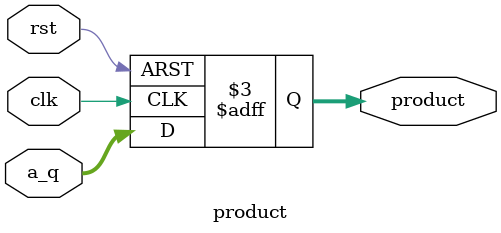
<source format=sv>
module product
#(
	parameter N = 4
)(

	input clk,
	input rst,
	input [(2*N-1):0] a_q,
	
	output logic [(2*N-1):0] product

);



always_ff@(posedge clk, negedge rst)
begin
	if(~rst)
	begin
		product <= '0;
	end
	
	else
	begin
		product <= a_q;
	end

end
endmodule 
</source>
